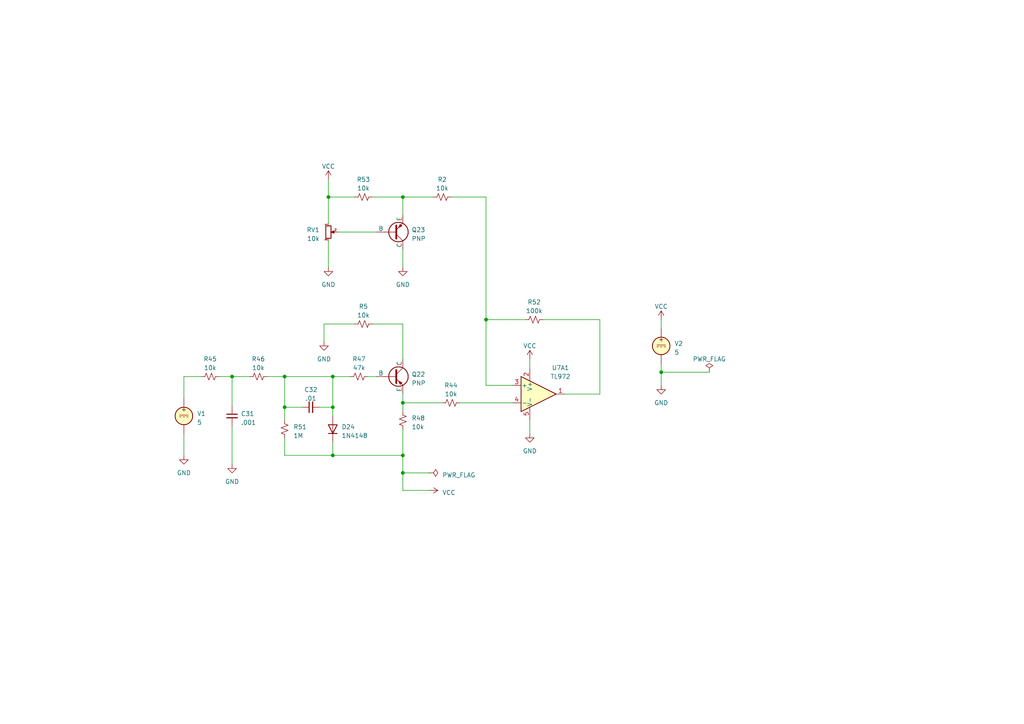
<source format=kicad_sch>
(kicad_sch (version 20230121) (generator eeschema)
  (paper "A4")
  (lib_symbols
    (symbol "Amplifier_Operational:MCP6401RT-xOT" (pin_names (offset 0.127))
      (property "Reference" "U" (at 0 5.08 0))
      (property "Value" "MCP6401RT-xOT" (at 0 -5.08 0))
      (symbol "MCP6401RT-xOT_0_1"
        (polyline (pts (xy -5.08 5.08) (xy 5.08 0) (xy -5.08 -5.08) (xy -5.08 5.08)) (stroke (width 0.254)) (fill (type background)))
        (pin power_in line (at -2.54 7.62 270) (length 3.81) (name "V+") (number "2"))
        (pin power_in line (at -2.54 -7.62 90) (length 3.81) (name "V-") (number "5"))
      )
      (symbol "MCP6401RT-xOT_1_1"
        (pin output line (at 7.62 0 180) (length 2.54) (name "~") (number "1"))
        (pin input line (at -7.62 2.54 0) (length 2.54) (name "+") (number "3"))
        (pin input line (at -7.62 -2.54 0) (length 2.54) (name "-") (number "4"))
      )
    )
    (symbol "Device:C_Small" (pin_numbers hide) (pin_names (offset 0.254) hide)
      (property "Reference" "C" (at 0.254 1.778 0))
      (property "Value" "C_Small" (at 0.254 -2.032 0))
      (symbol "C_Small_0_1"
        (polyline (pts (xy -1.524 -0.508) (xy 1.524 -0.508)) (stroke (width 0.3302)))
        (polyline (pts (xy -1.524 0.508) (xy 1.524 0.508)) (stroke (width 0.3048)))
      )
      (symbol "C_Small_1_1"
        (pin passive line (at 0 2.54 270) (length 2.032) (name "~") (number "1"))
        (pin passive line (at 0 -2.54 90) (length 2.032) (name "~") (number "2"))
      )
    )
    (symbol "Device:R_Potentiometer_Small" (pin_names (offset 1.016) hide)
      (property "Reference" "RV" (at -4.445 0 90))
      (property "Value" "R_Potentiometer_Small" (at -2.54 0 90))
      (symbol "R_Potentiometer_Small_0_1"
        (polyline (pts (xy 0.889 0) (xy 0.635 0) (xy 1.651 0.381) (xy 1.651 -0.381) (xy 0.635 0) (xy 0.889 0)) (fill (type outline)))
        (rectangle (start 0.762 1.8034) (end -0.762 -1.8034) (stroke (width 0.254)))
      )
      (symbol "R_Potentiometer_Small_1_1"
        (pin passive line (at 0 2.54 270) (length 0.635) (name "1") (number "1"))
        (pin passive line (at 2.54 0 180) (length 0.9906) (name "2") (number "2"))
        (pin passive line (at 0 -2.54 90) (length 0.635) (name "3") (number "3"))
      )
    )
    (symbol "Device:R_Small_US" (pin_numbers hide) (pin_names (offset 0.254) hide)
      (property "Reference" "R" (at 0.762 0.508 0))
      (property "Value" "R_Small_US" (at 0.762 -1.016 0))
      (symbol "R_Small_US_1_1"
        (polyline (pts (xy 0 0) (xy 1.016 -0.381) (xy 0 -0.762) (xy -1.016 -1.143) (xy 0 -1.524)))
        (polyline (pts (xy 0 1.524) (xy 1.016 1.143) (xy 0 0.762) (xy -1.016 0.381) (xy 0 0)))
        (pin passive line (at 0 2.54 270) (length 1.016) (name "~") (number "1"))
        (pin passive line (at 0 -2.54 90) (length 1.016) (name "~") (number "2"))
      )
    )
    (symbol "Diode:1N4148" (pin_numbers hide) (pin_names hide)
      (property "Reference" "D" (at 0 2.54 0))
      (property "Value" "1N4148" (at 0 -2.54 0))
      (symbol "1N4148_0_1"
        (polyline (pts (xy -1.27 1.27) (xy -1.27 -1.27)) (stroke (width 0.254)))
        (polyline (pts (xy 1.27 0) (xy -1.27 0)))
        (polyline (pts (xy 1.27 1.27) (xy 1.27 -1.27) (xy -1.27 0) (xy 1.27 1.27)) (stroke (width 0.254)))
      )
      (symbol "1N4148_1_1"
        (pin passive line (at -3.81 0 0) (length 2.54) (name "K") (number "1"))
        (pin passive line (at 3.81 0 180) (length 2.54) (name "A") (number "2"))
      )
    )
    (symbol "Simulation_SPICE:PNP" (pin_numbers hide) (pin_names (offset 0))
      (property "Reference" "Q" (at -2.54 7.62 0))
      (property "Value" "PNP" (at -2.54 5.08 0))
      (symbol "PNP_0_1"
        (polyline (pts (xy -2.54 0) (xy 0.635 0)) (stroke (width 0.1524)))
        (polyline (pts (xy 0.635 0.635) (xy 2.54 2.54)))
        (polyline (pts (xy 0.635 -0.635) (xy 2.54 -2.54) (xy 2.54 -2.54)))
        (polyline (pts (xy 0.635 1.905) (xy 0.635 -1.905) (xy 0.635 -1.905)) (stroke (width 0.508)))
        (polyline (pts (xy 2.286 -1.778) (xy 1.778 -2.286) (xy 1.27 -1.27) (xy 2.286 -1.778) (xy 2.286 -1.778)) (fill (type outline)))
        (circle (center 1.27 0) (radius 2.8194) (stroke (width 0.254)))
      )
      (symbol "PNP_1_1"
        (pin open_collector line (at 2.54 5.08 270) (length 2.54) (name "C") (number "1"))
        (pin input line (at -5.08 0 0) (length 2.54) (name "B") (number "2"))
        (pin open_emitter line (at 2.54 -5.08 90) (length 2.54) (name "E") (number "3"))
      )
    )
    (symbol "Simulation_SPICE:VDC" (pin_numbers hide) (pin_names (offset 0.0254))
      (property "Reference" "V" (at 2.54 2.54 0))
      (property "Value" "1" (at 2.54 0 0))
      (symbol "VDC_0_0"
        (polyline (pts (xy -1.27 0.254) (xy 1.27 0.254)))
        (polyline (pts (xy -0.762 -0.254) (xy -1.27 -0.254)))
        (polyline (pts (xy 0.254 -0.254) (xy -0.254 -0.254)))
        (polyline (pts (xy 1.27 -0.254) (xy 0.762 -0.254)))
        (text "+" (at 0 1.905 0) (effects (font (size 1.27 1.27))))
      )
      (symbol "VDC_0_1"
        (circle (center 0 0) (radius 2.54) (stroke (width 0.254)) (fill (type background)))
      )
      (symbol "VDC_1_1"
        (pin passive line (at 0 5.08 270) (length 2.54) (name "~") (number "1"))
        (pin passive line (at 0 -5.08 90) (length 2.54) (name "~") (number "2"))
      )
    )
    (symbol "power:GND" (power) (pin_names (offset 0))
      (property "Value" "GND" (at 0 -3.81 0))
      (symbol "GND_0_1"
        (polyline (pts (xy 0 0) (xy 0 -1.27) (xy 1.27 -1.27) (xy 0 -2.54) (xy -1.27 -1.27) (xy 0 -1.27)))
      )
      (symbol "GND_1_1"
        (pin power_in line (at 0 0 270) (length 0) hide (name "GND") (number "1"))
      )
    )
    (symbol "power:PWR_FLAG" (power) (pin_numbers hide) (pin_names (offset 0) hide)
      (property "Value" "PWR_FLAG" (at 0 3.81 0))
      (symbol "PWR_FLAG_0_0"
        (pin power_out line (at 0 0 90) (length 0) (name "pwr") (number "1"))
      )
      (symbol "PWR_FLAG_0_1"
        (polyline (pts (xy 0 0) (xy 0 1.27) (xy -1.016 1.905) (xy 0 2.54) (xy 1.016 1.905) (xy 0 1.27)))
      )
    )
    (symbol "power:VCC" (power) (pin_names (offset 0))
      (property "Value" "VCC" (at 0 3.81 0))
      (symbol "VCC_0_1"
        (polyline (pts (xy -0.762 1.27) (xy 0 2.54)))
        (polyline (pts (xy 0 0) (xy 0 2.54)))
        (polyline (pts (xy 0 2.54) (xy 0.762 1.27)))
      )
      (symbol "VCC_1_1"
        (pin power_in line (at 0 0 90) (length 0) hide (name "VCC") (number "1"))
      )
    )
  )
  (junction (at 191.77 107.95))
  (junction (at 82.55 118.11))
  (junction (at 116.84 57.15))
  (junction (at 140.97 92.71))
  (junction (at 116.84 116.84))
  (junction (at 116.84 132.08))
  (junction (at 116.84 137.16))
  (junction (at 82.55 109.22))
  (junction (at 96.52 109.22))
  (junction (at 67.31 109.22))
  (junction (at 95.25 57.15))
  (junction (at 96.52 118.11))
  (junction (at 96.52 132.08))
  (wire (pts (xy 53.34 125.73) (xy 53.34 132.08)))
  (wire (pts (xy 96.52 109.22) (xy 96.52 118.11)))
  (wire (pts (xy 96.52 132.08) (xy 96.52 128.27)))
  (wire (pts (xy 116.84 137.16) (xy 124.46 137.16)))
  (wire (pts (xy 140.97 57.15) (xy 140.97 92.71)))
  (wire (pts (xy 130.81 57.15) (xy 140.97 57.15)))
  (wire (pts (xy 191.77 107.95) (xy 205.74 107.95)))
  (wire (pts (xy 53.34 115.57) (xy 53.34 109.22)))
  (wire (pts (xy 116.84 137.16) (xy 116.84 142.24)))
  (wire (pts (xy 67.31 123.19) (xy 67.31 134.62)))
  (wire (pts (xy 152.4 92.71) (xy 140.97 92.71)))
  (wire (pts (xy 93.98 93.98) (xy 93.98 99.06)))
  (wire (pts (xy 157.48 92.71) (xy 173.99 92.71)))
  (wire (pts (xy 53.34 109.22) (xy 58.42 109.22)))
  (wire (pts (xy 116.84 116.84) (xy 128.27 116.84)))
  (wire (pts (xy 95.25 52.07) (xy 95.25 57.15)))
  (wire (pts (xy 102.87 57.15) (xy 95.25 57.15)))
  (wire (pts (xy 82.55 127) (xy 82.55 132.08)))
  (wire (pts (xy 191.77 105.41) (xy 191.77 107.95)))
  (wire (pts (xy 140.97 111.76) (xy 148.59 111.76)))
  (wire (pts (xy 97.79 67.31) (xy 109.22 67.31)))
  (wire (pts (xy 67.31 109.22) (xy 67.31 118.11)))
  (wire (pts (xy 153.67 121.92) (xy 153.67 125.73)))
  (wire (pts (xy 92.71 118.11) (xy 96.52 118.11)))
  (wire (pts (xy 82.55 121.92) (xy 82.55 118.11)))
  (wire (pts (xy 95.25 57.15) (xy 95.25 64.77)))
  (wire (pts (xy 82.55 132.08) (xy 96.52 132.08)))
  (wire (pts (xy 96.52 109.22) (xy 101.6 109.22)))
  (wire (pts (xy 116.84 57.15) (xy 125.73 57.15)))
  (wire (pts (xy 77.47 109.22) (xy 82.55 109.22)))
  (wire (pts (xy 95.25 69.85) (xy 95.25 77.47)))
  (wire (pts (xy 124.46 142.24) (xy 116.84 142.24)))
  (wire (pts (xy 191.77 92.71) (xy 191.77 95.25)))
  (wire (pts (xy 153.67 104.14) (xy 153.67 106.68)))
  (wire (pts (xy 116.84 116.84) (xy 116.84 119.38)))
  (wire (pts (xy 106.68 109.22) (xy 109.22 109.22)))
  (wire (pts (xy 116.84 124.46) (xy 116.84 132.08)))
  (wire (pts (xy 191.77 107.95) (xy 191.77 111.76)))
  (wire (pts (xy 140.97 92.71) (xy 140.97 111.76)))
  (wire (pts (xy 107.95 57.15) (xy 116.84 57.15)))
  (wire (pts (xy 82.55 118.11) (xy 82.55 109.22)))
  (wire (pts (xy 133.35 116.84) (xy 148.59 116.84)))
  (wire (pts (xy 173.99 92.71) (xy 173.99 114.3)))
  (wire (pts (xy 96.52 118.11) (xy 96.52 120.65)))
  (wire (pts (xy 116.84 72.39) (xy 116.84 77.47)))
  (wire (pts (xy 63.5 109.22) (xy 67.31 109.22)))
  (wire (pts (xy 82.55 118.11) (xy 87.63 118.11)))
  (wire (pts (xy 116.84 132.08) (xy 116.84 137.16)))
  (wire (pts (xy 116.84 132.08) (xy 96.52 132.08)))
  (wire (pts (xy 107.95 93.98) (xy 116.84 93.98)))
  (wire (pts (xy 102.87 93.98) (xy 93.98 93.98)))
  (wire (pts (xy 116.84 104.14) (xy 116.84 93.98)))
  (wire (pts (xy 82.55 109.22) (xy 96.52 109.22)))
  (wire (pts (xy 116.84 114.3) (xy 116.84 116.84)))
  (wire (pts (xy 67.31 109.22) (xy 72.39 109.22)))
  (wire (pts (xy 116.84 57.15) (xy 116.84 62.23)))
  (wire (pts (xy 163.83 114.3) (xy 173.99 114.3)))
  (symbol (lib_id "power:VCC") (at 153.67 104.14 0) (unit 1)
    (property "Reference" "#PWR07" (effects hide))
    (property "Value" "VCC" (at 153.67 100.33 0))
  )
  (symbol (lib_id "power:GND") (at 93.98 99.06 0) (unit 1)
    (property "Reference" "#PWR04" (effects hide))
    (property "Value" "GND" (at 93.98 104.14 0))
  )
  (symbol (lib_id "power:GND") (at 116.84 77.47 0) (unit 1)
    (property "Reference" "#PWR011" (effects hide))
    (property "Value" "GND" (at 116.84 82.55 0))
  )
  (symbol (lib_id "Simulation_SPICE:VDC") (at 191.77 100.33 0) (unit 1)
    (property "Reference" "V2" (at 195.58 99.6592 0) (effects (justify left)))
    (property "Value" "5" (at 195.58 102.1992 0) (effects (justify left)))
    (property "Sim.Pins" "1=+ 2=-" (effects hide))
    (property "Sim.Type" "DC" (effects hide))
    (property "Sim.Device" "V" (effects hide))
  )
  (symbol (lib_id "power:PWR_FLAG") (at 205.74 107.95 0) (unit 1)
    (property "Reference" "#FLG02" (effects hide))
    (property "Value" "PWR_FLAG" (at 205.74 104.14 0))
  )
  (symbol (lib_id "Device:R_Small_US") (at 82.55 124.46 180) (unit 1)
    (property "Reference" "R51" (at 85.09 123.825 0) (effects (justify right)))
    (property "Value" "1M" (at 85.09 126.365 0) (effects (justify right)))
  )
  (symbol (lib_id "Simulation_SPICE:PNP") (at 114.3 109.22 0) (unit 1)
    (property "Reference" "Q22" (at 119.38 108.585 0) (effects (justify left)))
    (property "Value" "PNP" (at 119.38 111.125 0) (effects (justify left)))
    (property "Sim.Library" "/home/eugenio/Documents/VR_Amplifier/library/ZTX553.lib" (effects hide))
    (property "Sim.Name" "ZTX553" (effects hide))
    (property "Sim.Device" "PNP" (effects hide))
    (property "Sim.Type" "GUMMELPOON" (effects hide))
    (property "Sim.Pins" "1=C 2=B 3=E" (effects hide))
    (property "Sim.Params" "is=200000a bf=200 nf=1 vaf=44 ikf=0.8 ise=100000a ne=1.4 br=15 nr=1 var=10 ikr=0.2 isc=200000a nc=1.25 rb=0.15 re=0.15 rc=0.2 cje=110p tf=0.8n cjc=36p vjc=0.75 mjc=0.45 tr=70n xtb=1.4 rco=4.5 gamma=5n quasimod=1" (effects hide))
  )
  (symbol (lib_id "Amplifier_Operational:MCP6401RT-xOT") (at 156.21 114.3 0) (unit 1)
    (property "Reference" "U7A1" (at 162.56 106.68 0))
    (property "Value" "TL972" (at 162.56 109.22 0))
    (property "Footprint" "Package_TO_SOT_SMD:SOT-23-5" (effects hide))
    (property "Datasheet" "http://ww1.microchip.com/downloads/en/devicedoc/22229d.pdf" (effects hide))
    (property "Sim.Library" "/home/eugenio/Documents/VR_Amplifier/TL972_PSPICE_AIO/TL972.lib" (effects hide))
    (property "Sim.Name" "TL972" (effects hide))
    (property "Sim.Device" "SUBCKT" (effects hide))
    (property "Sim.Pins" "1=INP 2=INN 3=VCC 4=VEE 5=OUT" (effects hide))
  )
  (symbol (lib_id "power:VCC") (at 124.46 142.24 270) (unit 1)
    (property "Reference" "#PWR06" (effects hide))
    (property "Value" "VCC" (at 128.27 142.875 90) (effects (justify left)))
  )
  (symbol (lib_id "Device:R_Small_US") (at 74.93 109.22 90) (unit 1)
    (property "Reference" "R46" (at 74.93 104.14 90))
    (property "Value" "10k" (at 74.93 106.68 90))
  )
  (symbol (lib_id "Simulation_SPICE:VDC") (at 53.34 120.65 0) (unit 1)
    (property "Reference" "V1" (at 57.15 119.9792 0) (effects (justify left)))
    (property "Value" "5" (at 57.15 122.5192 0) (effects (justify left)))
    (property "Sim.Pins" "1=+ 2=-" (effects hide))
    (property "Sim.Type" "DC" (effects hide))
    (property "Sim.Device" "V" (effects hide))
  )
  (symbol (lib_id "Device:R_Small_US") (at 60.96 109.22 90) (unit 1)
    (property "Reference" "R45" (at 60.96 104.14 90))
    (property "Value" "10k" (at 60.96 106.68 90))
  )
  (symbol (lib_id "power:GND") (at 153.67 125.73 0) (unit 1)
    (property "Reference" "#PWR08" (effects hide))
    (property "Value" "GND" (at 153.67 130.81 0))
  )
  (symbol (lib_id "power:GND") (at 191.77 111.76 0) (unit 1)
    (property "Reference" "#PWR03" (effects hide))
    (property "Value" "GND" (at 191.77 116.84 0))
  )
  (symbol (lib_id "power:VCC") (at 191.77 92.71 0) (unit 1)
    (property "Reference" "#PWR05" (effects hide))
    (property "Value" "VCC" (at 191.77 88.9 0))
  )
  (symbol (lib_id "power:GND") (at 95.25 77.47 0) (unit 1)
    (property "Reference" "#PWR010" (effects hide))
    (property "Value" "GND" (at 95.25 82.55 0))
  )
  (symbol (lib_id "power:GND") (at 53.34 132.08 0) (unit 1)
    (property "Reference" "#PWR01" (effects hide))
    (property "Value" "GND" (at 53.34 137.16 0))
  )
  (symbol (lib_id "Device:R_Small_US") (at 130.81 116.84 90) (unit 1)
    (property "Reference" "R44" (at 130.81 111.76 90))
    (property "Value" "10k" (at 130.81 114.3 90))
  )
  (symbol (lib_id "Device:C_Small") (at 90.17 118.11 90) (unit 1)
    (property "Reference" "C32" (at 90.1763 113.03 90))
    (property "Value" ".01" (at 90.1763 115.57 90))
  )
  (symbol (lib_id "Device:R_Small_US") (at 116.84 121.92 180) (unit 1)
    (property "Reference" "R48" (at 119.38 121.285 0) (effects (justify right)))
    (property "Value" "10k" (at 119.38 123.825 0) (effects (justify right)))
  )
  (symbol (lib_id "Device:R_Small_US") (at 128.27 57.15 90) (unit 1)
    (property "Reference" "R2" (at 128.27 52.07 90))
    (property "Value" "10k" (at 128.27 54.61 90))
  )
  (symbol (lib_id "Device:R_Small_US") (at 104.14 109.22 90) (unit 1)
    (property "Reference" "R47" (at 104.14 104.14 90))
    (property "Value" "47k" (at 104.14 106.68 90))
  )
  (symbol (lib_id "Device:C_Small") (at 67.31 120.65 0) (unit 1)
    (property "Reference" "C31" (at 69.85 120.0213 0) (effects (justify left)))
    (property "Value" ".001" (at 69.85 122.5613 0) (effects (justify left)))
  )
  (symbol (lib_id "Simulation_SPICE:PNP") (at 114.3 67.31 0) (mirror x) (unit 1)
    (property "Reference" "Q23" (at 119.38 66.675 0) (effects (justify left)))
    (property "Value" "PNP" (at 119.38 69.215 0) (effects (justify left)))
    (property "Sim.Library" "/home/eugenio/Documents/VR_Amplifier/library/ZTX553.lib" (effects hide))
    (property "Sim.Name" "ZTX553" (effects hide))
    (property "Sim.Device" "PNP" (effects hide))
    (property "Sim.Type" "GUMMELPOON" (effects hide))
    (property "Sim.Pins" "1=C 2=B 3=E" (effects hide))
    (property "Sim.Params" "is=200000a bf=200 nf=1 vaf=44 ikf=0.8 ise=100000a ne=1.4 br=15 nr=1 var=10 ikr=0.2 isc=200000a nc=1.25 rb=0.15 re=0.15 rc=0.2 cje=110p tf=0.8n cjc=36p vjc=0.75 mjc=0.45 tr=70n xtb=1.4 rco=4.5 gamma=5n quasimod=1" (effects hide))
  )
  (symbol (lib_id "Device:R_Small_US") (at 105.41 93.98 90) (unit 1)
    (property "Reference" "R5" (at 105.41 88.9 90))
    (property "Value" "10k" (at 105.41 91.44 90))
  )
  (symbol (lib_id "power:PWR_FLAG") (at 124.46 137.16 270) (unit 1)
    (property "Reference" "#FLG01" (effects hide))
    (property "Value" "PWR_FLAG" (at 128.27 137.795 90) (effects (justify left)))
  )
  (symbol (lib_id "Device:R_Potentiometer_Small") (at 95.25 67.31 0) (unit 1)
    (property "Reference" "RV1" (at 92.71 66.675 0) (effects (justify right)))
    (property "Value" "10k" (at 92.71 69.215 0) (effects (justify right)))
  )
  (symbol (lib_id "power:VCC") (at 95.25 52.07 0) (unit 1)
    (property "Reference" "#PWR012" (effects hide))
    (property "Value" "VCC" (at 95.25 48.26 0))
  )
  (symbol (lib_id "power:GND") (at 67.31 134.62 0) (unit 1)
    (property "Reference" "#PWR02" (effects hide))
    (property "Value" "GND" (at 67.31 139.7 0))
  )
  (symbol (lib_id "Diode:1N4148") (at 96.52 124.46 90) (unit 1)
    (property "Reference" "D24" (at 99.06 123.825 90) (effects (justify right)))
    (property "Value" "1N4148" (at 99.06 126.365 90) (effects (justify right)))
    (property "Footprint" "Diode_THT:D_DO-35_SOD27_P7.62mm_Horizontal" (effects hide))
    (property "Datasheet" "https://assets.nexperia.com/documents/data-sheet/1N4148_1N4448.pdf" (effects hide))
    (property "Sim.Device" "D" (effects hide))
    (property "Sim.Pins" "1=K 2=A" (effects hide))
  )
  (symbol (lib_id "Device:R_Small_US") (at 105.41 57.15 90) (unit 1)
    (property "Reference" "R53" (at 105.41 52.07 90))
    (property "Value" "10k" (at 105.41 54.61 90))
  )
  (symbol (lib_id "Device:R_Small_US") (at 154.94 92.71 90) (unit 1)
    (property "Reference" "R52" (at 154.94 87.63 90))
    (property "Value" "100k" (at 154.94 90.17 90))
  )
)
</source>
